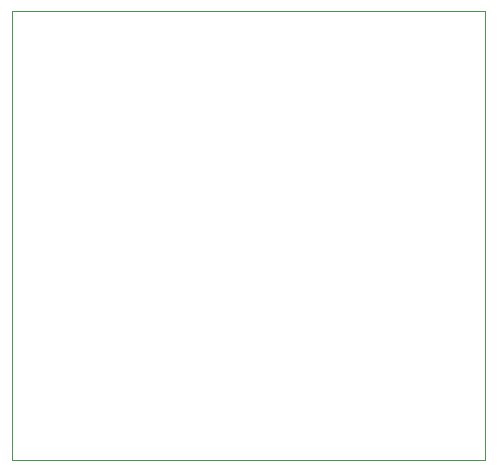
<source format=gbr>
%TF.GenerationSoftware,KiCad,Pcbnew,(6.0.0)*%
%TF.CreationDate,2022-03-30T15:51:48+02:00*%
%TF.ProjectId,USBMIc,5553424d-4963-42e6-9b69-6361645f7063,rev?*%
%TF.SameCoordinates,Original*%
%TF.FileFunction,Profile,NP*%
%FSLAX46Y46*%
G04 Gerber Fmt 4.6, Leading zero omitted, Abs format (unit mm)*
G04 Created by KiCad (PCBNEW (6.0.0)) date 2022-03-30 15:51:48*
%MOMM*%
%LPD*%
G01*
G04 APERTURE LIST*
%TA.AperFunction,Profile*%
%ADD10C,0.100000*%
%TD*%
G04 APERTURE END LIST*
D10*
X66000000Y-96000000D02*
X106000000Y-96000000D01*
X66000000Y-58000000D02*
X66000000Y-96000000D01*
X106000000Y-58000000D02*
X106000000Y-96000000D01*
X66000000Y-58000000D02*
X106000000Y-58000000D01*
M02*

</source>
